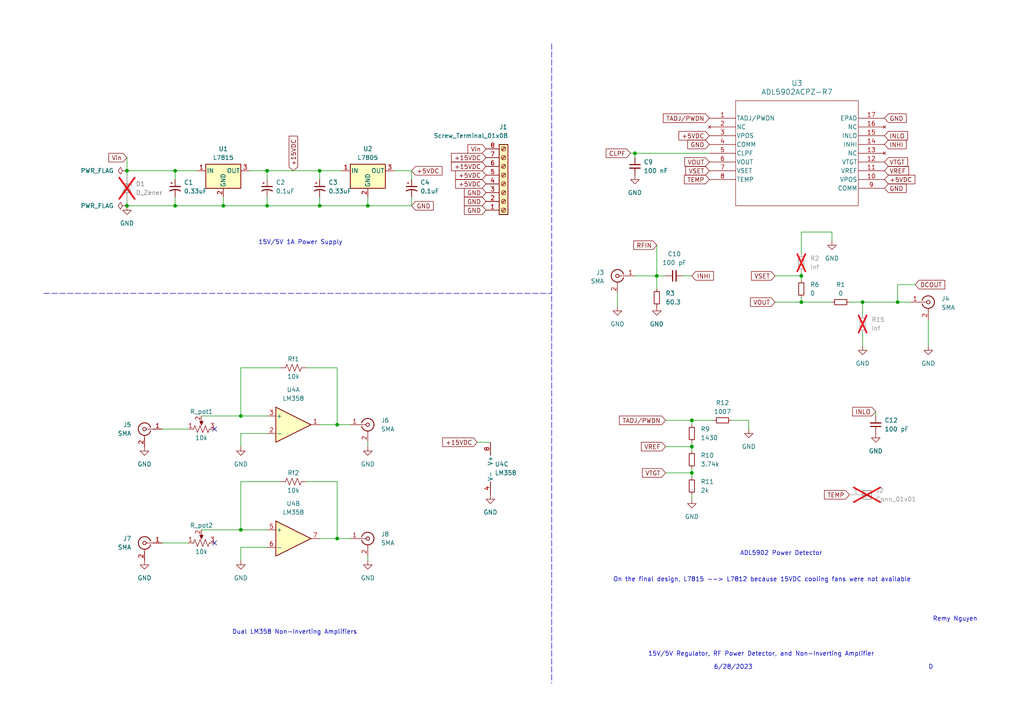
<source format=kicad_sch>
(kicad_sch (version 20230121) (generator eeschema)
  (paper "A4")
  (lib_symbols
    (symbol "AD5902ACPZ-R7:ADL5902ACPZ-R7" (pin_names (offset 0.254))
      (property "Reference" "U3" (at 25.4 10.16 0))
      (property "Value" "ADL5902ACPZ-R7" (at 25.4 7.62 0))
      (symbol "ADL5902ACPZ-R7_0_1"
        (polyline (pts (xy 7.62 -25.4) (xy 43.18 -25.4)) (stroke (width 0.127)))
        (polyline (pts (xy 7.62 5.08) (xy 7.62 -25.4)) (stroke (width 0.127)))
        (polyline (pts (xy 43.18 -25.4) (xy 43.18 5.08)) (stroke (width 0.127)))
        (polyline (pts (xy 43.18 5.08) (xy 7.62 5.08)) (stroke (width 0.127)))
        (pin input line (at 0 0 0) (length 7.62) (name "TADJ/PWDN") (number "1"))
        (pin power_in line (at 50.8 -17.78 180) (length 7.62) (name "VPOS") (number "10"))
        (pin power_out line (at 50.8 -15.24 180) (length 7.62) (name "VREF") (number "11"))
        (pin input line (at 50.8 -12.7 180) (length 7.62) (name "VTGT") (number "12"))
        (pin no_connect line (at 50.8 -10.16 180) (length 7.62) (name "NC") (number "13"))
        (pin input line (at 50.8 -7.62 180) (length 7.62) (name "INHI") (number "14"))
        (pin input line (at 50.8 -5.08 180) (length 7.62) (name "INLO") (number "15"))
        (pin no_connect line (at 50.8 -2.54 180) (length 7.62) (name "NC") (number "16"))
        (pin power_in line (at 50.8 0 180) (length 7.62) (name "EPAD") (number "17"))
        (pin no_connect line (at 0 -2.54 0) (length 7.62) (name "NC") (number "2"))
        (pin power_in line (at 0 -5.08 0) (length 7.62) (name "VPOS") (number "3"))
        (pin power_in line (at 0 -7.62 0) (length 7.62) (name "COMM") (number "4"))
        (pin input line (at 0 -10.16 0) (length 7.62) (name "CLPF") (number "5"))
        (pin output line (at 0 -12.7 0) (length 7.62) (name "VOUT") (number "6"))
        (pin output line (at 0 -15.24 0) (length 7.62) (name "VSET") (number "7"))
        (pin output line (at 0 -17.78 0) (length 7.62) (name "TEMP") (number "8"))
        (pin power_in line (at 50.8 -20.32 180) (length 7.62) (name "COMM") (number "9"))
      )
    )
    (symbol "Amplifier_Operational:LM358" (pin_names (offset 0.127))
      (property "Reference" "U" (at 0 5.08 0))
      (property "Value" "LM358" (at 0 -5.08 0))
      (symbol "LM358_1_1"
        (polyline (pts (xy -5.08 5.08) (xy 5.08 0) (xy -5.08 -5.08) (xy -5.08 5.08)) (stroke (width 0.254)) (fill (type background)))
        (pin output line (at 7.62 0 180) (length 2.54) (name "~") (number "1"))
        (pin input line (at -7.62 -2.54 0) (length 2.54) (name "-") (number "2"))
        (pin input line (at -7.62 2.54 0) (length 2.54) (name "+") (number "3"))
      )
      (symbol "LM358_2_1"
        (polyline (pts (xy -5.08 5.08) (xy 5.08 0) (xy -5.08 -5.08) (xy -5.08 5.08)) (stroke (width 0.254)) (fill (type background)))
        (pin input line (at -7.62 2.54 0) (length 2.54) (name "+") (number "5"))
        (pin input line (at -7.62 -2.54 0) (length 2.54) (name "-") (number "6"))
        (pin output line (at 7.62 0 180) (length 2.54) (name "~") (number "7"))
      )
      (symbol "LM358_3_1"
        (pin power_in line (at -2.54 -7.62 90) (length 3.81) (name "V-") (number "4"))
        (pin power_in line (at -2.54 7.62 270) (length 3.81) (name "V+") (number "8"))
      )
    )
    (symbol "Connector:Conn_Coaxial" (pin_names (offset 1.016) hide)
      (property "Reference" "J" (at 0.254 3.048 0))
      (property "Value" "Conn_Coaxial" (at 2.921 0 90))
      (symbol "Conn_Coaxial_0_1"
        (arc (start -1.778 -0.508) (mid 0.2311 -1.8066) (end 1.778 0) (stroke (width 0.254)))
        (polyline (pts (xy -2.54 0) (xy -0.508 0)))
        (polyline (pts (xy 0 -2.54) (xy 0 -1.778)))
        (circle (center 0 0) (radius 0.508) (stroke (width 0.2032)))
        (arc (start 1.778 0) (mid 0.2099 1.8101) (end -1.778 0.508) (stroke (width 0.254)))
      )
      (symbol "Conn_Coaxial_1_1"
        (pin passive line (at -5.08 0 0) (length 2.54) (name "In") (number "1"))
        (pin passive line (at 0 -5.08 90) (length 2.54) (name "Ext") (number "2"))
      )
    )
    (symbol "Connector:Screw_Terminal_01x08" (pin_names (offset 1.016) hide)
      (property "Reference" "J" (at 0 10.16 0))
      (property "Value" "Screw_Terminal_01x08" (at 0 -12.7 0))
      (symbol "Screw_Terminal_01x08_1_1"
        (rectangle (start -1.27 8.89) (end 1.27 -11.43) (stroke (width 0.254)) (fill (type background)))
        (circle (center 0 -10.16) (radius 0.635) (stroke (width 0.1524)))
        (circle (center 0 -7.62) (radius 0.635) (stroke (width 0.1524)))
        (circle (center 0 -5.08) (radius 0.635) (stroke (width 0.1524)))
        (circle (center 0 -2.54) (radius 0.635) (stroke (width 0.1524)))
        (polyline (pts (xy -0.5334 -9.8298) (xy 0.3302 -10.668)) (stroke (width 0.1524)))
        (polyline (pts (xy -0.5334 -7.2898) (xy 0.3302 -8.128)) (stroke (width 0.1524)))
        (polyline (pts (xy -0.5334 -4.7498) (xy 0.3302 -5.588)) (stroke (width 0.1524)))
        (polyline (pts (xy -0.5334 -2.2098) (xy 0.3302 -3.048)) (stroke (width 0.1524)))
        (polyline (pts (xy -0.5334 0.3302) (xy 0.3302 -0.508)) (stroke (width 0.1524)))
        (polyline (pts (xy -0.5334 2.8702) (xy 0.3302 2.032)) (stroke (width 0.1524)))
        (polyline (pts (xy -0.5334 5.4102) (xy 0.3302 4.572)) (stroke (width 0.1524)))
        (polyline (pts (xy -0.5334 7.9502) (xy 0.3302 7.112)) (stroke (width 0.1524)))
        (polyline (pts (xy -0.3556 -9.652) (xy 0.508 -10.4902)) (stroke (width 0.1524)))
        (polyline (pts (xy -0.3556 -7.112) (xy 0.508 -7.9502)) (stroke (width 0.1524)))
        (polyline (pts (xy -0.3556 -4.572) (xy 0.508 -5.4102)) (stroke (width 0.1524)))
        (polyline (pts (xy -0.3556 -2.032) (xy 0.508 -2.8702)) (stroke (width 0.1524)))
        (polyline (pts (xy -0.3556 0.508) (xy 0.508 -0.3302)) (stroke (width 0.1524)))
        (polyline (pts (xy -0.3556 3.048) (xy 0.508 2.2098)) (stroke (width 0.1524)))
        (polyline (pts (xy -0.3556 5.588) (xy 0.508 4.7498)) (stroke (width 0.1524)))
        (polyline (pts (xy -0.3556 8.128) (xy 0.508 7.2898)) (stroke (width 0.1524)))
        (circle (center 0 0) (radius 0.635) (stroke (width 0.1524)))
        (circle (center 0 2.54) (radius 0.635) (stroke (width 0.1524)))
        (circle (center 0 5.08) (radius 0.635) (stroke (width 0.1524)))
        (circle (center 0 7.62) (radius 0.635) (stroke (width 0.1524)))
        (pin passive line (at -5.08 7.62 0) (length 3.81) (name "Pin_1") (number "1"))
        (pin passive line (at -5.08 5.08 0) (length 3.81) (name "Pin_2") (number "2"))
        (pin passive line (at -5.08 2.54 0) (length 3.81) (name "Pin_3") (number "3"))
        (pin passive line (at -5.08 0 0) (length 3.81) (name "Pin_4") (number "4"))
        (pin passive line (at -5.08 -2.54 0) (length 3.81) (name "Pin_5") (number "5"))
        (pin passive line (at -5.08 -5.08 0) (length 3.81) (name "Pin_6") (number "6"))
        (pin passive line (at -5.08 -7.62 0) (length 3.81) (name "Pin_7") (number "7"))
        (pin passive line (at -5.08 -10.16 0) (length 3.81) (name "Pin_8") (number "8"))
      )
    )
    (symbol "Connector_Generic:Conn_01x01" (pin_names (offset 1.016) hide)
      (property "Reference" "J" (at 0 2.54 0))
      (property "Value" "Conn_01x01" (at 0 -2.54 0))
      (symbol "Conn_01x01_1_1"
        (rectangle (start -1.27 0.127) (end 0 -0.127) (stroke (width 0.1524)))
        (rectangle (start -1.27 1.27) (end 1.27 -1.27) (stroke (width 0.254)) (fill (type background)))
        (pin passive line (at -5.08 0 0) (length 3.81) (name "Pin_1") (number "1"))
      )
    )
    (symbol "Device:C_Polarized_Small_US" (pin_numbers hide) (pin_names (offset 0.254) hide)
      (property "Reference" "C" (at 0.254 1.778 0))
      (property "Value" "C_Polarized_Small_US" (at 0.254 -2.032 0))
      (symbol "C_Polarized_Small_US_0_1"
        (polyline (pts (xy -1.524 0.508) (xy 1.524 0.508)) (stroke (width 0.3048)))
        (polyline (pts (xy -1.27 1.524) (xy -0.762 1.524)))
        (polyline (pts (xy -1.016 1.27) (xy -1.016 1.778)))
        (arc (start 1.524 -0.762) (mid 0 -0.3734) (end -1.524 -0.762) (stroke (width 0.3048)))
      )
      (symbol "C_Polarized_Small_US_1_1"
        (pin passive line (at 0 2.54 270) (length 2.032) (name "~") (number "1"))
        (pin passive line (at 0 -2.54 90) (length 2.032) (name "~") (number "2"))
      )
    )
    (symbol "Device:C_Small" (pin_numbers hide) (pin_names (offset 0.254) hide)
      (property "Reference" "C" (at 0.254 1.778 0))
      (property "Value" "C_Small" (at 0.254 -2.032 0))
      (symbol "C_Small_0_1"
        (polyline (pts (xy -1.524 -0.508) (xy 1.524 -0.508)) (stroke (width 0.3302)))
        (polyline (pts (xy -1.524 0.508) (xy 1.524 0.508)) (stroke (width 0.3048)))
      )
      (symbol "C_Small_1_1"
        (pin passive line (at 0 2.54 270) (length 2.032) (name "~") (number "1"))
        (pin passive line (at 0 -2.54 90) (length 2.032) (name "~") (number "2"))
      )
    )
    (symbol "Device:D_Zener" (pin_numbers hide) (pin_names (offset 1.016) hide)
      (property "Reference" "D" (at 0 2.54 0))
      (property "Value" "D_Zener" (at 0 -2.54 0))
      (symbol "D_Zener_0_1"
        (polyline (pts (xy 1.27 0) (xy -1.27 0)))
        (polyline (pts (xy -1.27 -1.27) (xy -1.27 1.27) (xy -0.762 1.27)) (stroke (width 0.254)))
        (polyline (pts (xy 1.27 -1.27) (xy 1.27 1.27) (xy -1.27 0) (xy 1.27 -1.27)) (stroke (width 0.254)))
      )
      (symbol "D_Zener_1_1"
        (pin passive line (at -3.81 0 0) (length 2.54) (name "K") (number "1"))
        (pin passive line (at 3.81 0 180) (length 2.54) (name "A") (number "2"))
      )
    )
    (symbol "Device:R_Potentiometer_US" (pin_names (offset 1.016) hide)
      (property "Reference" "RV" (at -4.445 0 90))
      (property "Value" "R_Potentiometer_US" (at -2.54 0 90))
      (symbol "R_Potentiometer_US_0_1"
        (polyline (pts (xy 0 -2.286) (xy 0 -2.54)))
        (polyline (pts (xy 0 2.54) (xy 0 2.286)))
        (polyline (pts (xy 2.54 0) (xy 1.524 0)))
        (polyline (pts (xy 1.143 0) (xy 2.286 0.508) (xy 2.286 -0.508) (xy 1.143 0)) (fill (type outline)))
        (polyline (pts (xy 0 -0.762) (xy 1.016 -1.143) (xy 0 -1.524) (xy -1.016 -1.905) (xy 0 -2.286)))
        (polyline (pts (xy 0 0.762) (xy 1.016 0.381) (xy 0 0) (xy -1.016 -0.381) (xy 0 -0.762)))
        (polyline (pts (xy 0 2.286) (xy 1.016 1.905) (xy 0 1.524) (xy -1.016 1.143) (xy 0 0.762)))
      )
      (symbol "R_Potentiometer_US_1_1"
        (pin passive line (at 0 3.81 270) (length 1.27) (name "1") (number "1"))
        (pin passive line (at 3.81 0 180) (length 1.27) (name "2") (number "2"))
        (pin passive line (at 0 -3.81 90) (length 1.27) (name "3") (number "3"))
      )
    )
    (symbol "Device:R_Small" (pin_numbers hide) (pin_names (offset 0.254) hide)
      (property "Reference" "R" (at 0.762 0.508 0))
      (property "Value" "R_Small" (at 0.762 -1.016 0))
      (symbol "R_Small_0_1"
        (rectangle (start -0.762 1.778) (end 0.762 -1.778) (stroke (width 0.2032)))
      )
      (symbol "R_Small_1_1"
        (pin passive line (at 0 2.54 270) (length 0.762) (name "~") (number "1"))
        (pin passive line (at 0 -2.54 90) (length 0.762) (name "~") (number "2"))
      )
    )
    (symbol "Device:R_US" (pin_numbers hide) (pin_names (offset 0))
      (property "Reference" "R" (at 2.54 0 90))
      (property "Value" "R_US" (at -2.54 0 90))
      (symbol "R_US_0_1"
        (polyline (pts (xy 0 -2.286) (xy 0 -2.54)))
        (polyline (pts (xy 0 2.286) (xy 0 2.54)))
        (polyline (pts (xy 0 -0.762) (xy 1.016 -1.143) (xy 0 -1.524) (xy -1.016 -1.905) (xy 0 -2.286)))
        (polyline (pts (xy 0 0.762) (xy 1.016 0.381) (xy 0 0) (xy -1.016 -0.381) (xy 0 -0.762)))
        (polyline (pts (xy 0 2.286) (xy 1.016 1.905) (xy 0 1.524) (xy -1.016 1.143) (xy 0 0.762)))
      )
      (symbol "R_US_1_1"
        (pin passive line (at 0 3.81 270) (length 1.27) (name "~") (number "1"))
        (pin passive line (at 0 -3.81 90) (length 1.27) (name "~") (number "2"))
      )
    )
    (symbol "Regulator_Linear:L7805" (pin_names (offset 0.254))
      (property "Reference" "U" (at -3.81 3.175 0))
      (property "Value" "L7805" (at 0 3.175 0))
      (symbol "L7805_0_1"
        (rectangle (start -5.08 1.905) (end 5.08 -5.08) (stroke (width 0.254)) (fill (type background)))
      )
      (symbol "L7805_1_1"
        (pin power_in line (at -7.62 0 0) (length 2.54) (name "IN") (number "1"))
        (pin power_in line (at 0 -7.62 90) (length 2.54) (name "GND") (number "2"))
        (pin power_out line (at 7.62 0 180) (length 2.54) (name "OUT") (number "3"))
      )
    )
    (symbol "Regulator_Linear:L7815" (pin_names (offset 0.254))
      (property "Reference" "U" (at -3.81 3.175 0))
      (property "Value" "L7815" (at 0 3.175 0))
      (symbol "L7815_0_1"
        (rectangle (start -5.08 1.905) (end 5.08 -5.08) (stroke (width 0.254)) (fill (type background)))
      )
      (symbol "L7815_1_1"
        (pin power_in line (at -7.62 0 0) (length 2.54) (name "IN") (number "1"))
        (pin power_in line (at 0 -7.62 90) (length 2.54) (name "GND") (number "2"))
        (pin power_out line (at 7.62 0 180) (length 2.54) (name "OUT") (number "3"))
      )
    )
    (symbol "power:GND" (power) (pin_names (offset 0))
      (property "Value" "GND" (at 0 -3.81 0))
      (symbol "GND_0_1"
        (polyline (pts (xy 0 0) (xy 0 -1.27) (xy 1.27 -1.27) (xy 0 -2.54) (xy -1.27 -1.27) (xy 0 -1.27)))
      )
      (symbol "GND_1_1"
        (pin power_in line (at 0 0 270) (length 0) hide (name "GND") (number "1"))
      )
    )
    (symbol "power:PWR_FLAG" (power) (pin_numbers hide) (pin_names (offset 0) hide)
      (property "Value" "PWR_FLAG" (at 0 3.81 0))
      (symbol "PWR_FLAG_0_0"
        (pin power_out line (at 0 0 90) (length 0) (name "pwr") (number "1"))
      )
      (symbol "PWR_FLAG_0_1"
        (polyline (pts (xy 0 0) (xy 0 1.27) (xy -1.016 1.905) (xy 0 2.54) (xy 1.016 1.905) (xy 0 1.27)))
      )
    )
  )
  (junction (at 36.83 59.69))
  (junction (at 260.35 87.63))
  (junction (at 50.8 59.69))
  (junction (at 92.71 59.69))
  (junction (at 106.68 59.69))
  (junction (at 200.66 121.92))
  (junction (at 50.8 49.53))
  (junction (at 184.15 44.45))
  (junction (at 69.85 153.67))
  (junction (at 36.83 49.53))
  (junction (at 92.71 49.53))
  (junction (at 64.77 59.69))
  (junction (at 97.79 123.19))
  (junction (at 232.41 87.63))
  (junction (at 200.66 137.16))
  (junction (at 77.47 49.53))
  (junction (at 77.47 59.69))
  (junction (at 97.79 156.21))
  (junction (at 232.41 80.01))
  (junction (at 190.5 80.01))
  (junction (at 200.66 129.54))
  (junction (at 250.19 87.63))
  (junction (at 69.85 120.65))
  (no_connect (at 62.23 157.48))
  (no_connect (at 62.23 124.46))
  (wire (pts (xy 77.47 49.53) (xy 92.71 49.53)))
  (wire (pts (xy 36.83 58.42) (xy 36.83 59.69)))
  (wire (pts (xy 36.83 45.72) (xy 36.83 49.53)))
  (wire (pts (xy 46.99 124.46) (xy 54.61 124.46)))
  (wire (pts (xy 224.79 87.63) (xy 232.41 87.63)))
  (wire (pts (xy 232.41 67.31) (xy 232.41 73.66)))
  (wire (pts (xy 97.79 123.19) (xy 101.6 123.19)))
  (wire (pts (xy 217.17 121.92) (xy 212.09 121.92)))
  (wire (pts (xy 193.04 121.92) (xy 200.66 121.92)))
  (wire (pts (xy 72.39 49.53) (xy 77.47 49.53)))
  (wire (pts (xy 198.12 80.01) (xy 200.66 80.01)))
  (wire (pts (xy 217.17 124.46) (xy 217.17 121.92)))
  (wire (pts (xy 64.77 59.69) (xy 77.47 59.69)))
  (wire (pts (xy 265.43 82.55) (xy 260.35 82.55)))
  (wire (pts (xy 64.77 57.15) (xy 64.77 59.69)))
  (wire (pts (xy 138.43 128.27) (xy 142.24 128.27)))
  (wire (pts (xy 69.85 106.68) (xy 69.85 120.65)))
  (wire (pts (xy 69.85 162.56) (xy 69.85 158.75)))
  (wire (pts (xy 200.66 121.92) (xy 207.01 121.92)))
  (wire (pts (xy 260.35 87.63) (xy 264.16 87.63)))
  (polyline (pts (xy 12.7 85.09) (xy 160.02 85.09)) (stroke (width 0) (type dash)))
  (wire (pts (xy 119.38 59.69) (xy 119.38 57.15)))
  (wire (pts (xy 190.5 71.12) (xy 190.5 80.01)))
  (wire (pts (xy 69.85 158.75) (xy 77.47 158.75)))
  (wire (pts (xy 190.5 80.01) (xy 193.04 80.01)))
  (wire (pts (xy 69.85 120.65) (xy 77.47 120.65)))
  (wire (pts (xy 69.85 153.67) (xy 77.47 153.67)))
  (wire (pts (xy 92.71 59.69) (xy 106.68 59.69)))
  (wire (pts (xy 232.41 86.36) (xy 232.41 87.63)))
  (wire (pts (xy 246.38 87.63) (xy 250.19 87.63)))
  (wire (pts (xy 106.68 129.54) (xy 106.68 128.27)))
  (wire (pts (xy 77.47 57.15) (xy 77.47 59.69)))
  (wire (pts (xy 250.19 96.52) (xy 250.19 100.33)))
  (wire (pts (xy 200.66 129.54) (xy 200.66 130.81)))
  (wire (pts (xy 179.07 85.09) (xy 179.07 88.9)))
  (wire (pts (xy 97.79 139.7) (xy 88.9 139.7)))
  (wire (pts (xy 119.38 52.07) (xy 119.38 49.53)))
  (wire (pts (xy 50.8 59.69) (xy 64.77 59.69)))
  (wire (pts (xy 92.71 57.15) (xy 92.71 59.69)))
  (wire (pts (xy 193.04 129.54) (xy 200.66 129.54)))
  (wire (pts (xy 232.41 78.74) (xy 232.41 80.01)))
  (wire (pts (xy 200.66 135.89) (xy 200.66 137.16)))
  (wire (pts (xy 92.71 52.07) (xy 92.71 49.53)))
  (wire (pts (xy 190.5 80.01) (xy 190.5 83.82)))
  (polyline (pts (xy 160.02 12.7) (xy 160.02 198.12)) (stroke (width 0) (type dash)))
  (wire (pts (xy 77.47 49.53) (xy 77.47 52.07)))
  (wire (pts (xy 232.41 67.31) (xy 241.3 67.31)))
  (wire (pts (xy 97.79 106.68) (xy 97.79 123.19)))
  (wire (pts (xy 58.42 153.67) (xy 69.85 153.67)))
  (wire (pts (xy 184.15 45.72) (xy 184.15 44.45)))
  (wire (pts (xy 36.83 49.53) (xy 36.83 50.8)))
  (wire (pts (xy 232.41 87.63) (xy 241.3 87.63)))
  (wire (pts (xy 36.83 49.53) (xy 50.8 49.53)))
  (wire (pts (xy 200.66 121.92) (xy 200.66 123.19)))
  (wire (pts (xy 92.71 123.19) (xy 97.79 123.19)))
  (wire (pts (xy 119.38 49.53) (xy 114.3 49.53)))
  (wire (pts (xy 58.42 120.65) (xy 69.85 120.65)))
  (wire (pts (xy 106.68 57.15) (xy 106.68 59.69)))
  (wire (pts (xy 97.79 156.21) (xy 101.6 156.21)))
  (wire (pts (xy 50.8 49.53) (xy 50.8 52.07)))
  (wire (pts (xy 97.79 139.7) (xy 97.79 156.21)))
  (wire (pts (xy 224.79 80.01) (xy 232.41 80.01)))
  (wire (pts (xy 92.71 156.21) (xy 97.79 156.21)))
  (wire (pts (xy 106.68 162.56) (xy 106.68 161.29)))
  (wire (pts (xy 106.68 59.69) (xy 119.38 59.69)))
  (wire (pts (xy 184.15 44.45) (xy 205.74 44.45)))
  (wire (pts (xy 184.15 80.01) (xy 190.5 80.01)))
  (wire (pts (xy 241.3 67.31) (xy 241.3 69.85)))
  (wire (pts (xy 200.66 137.16) (xy 200.66 138.43)))
  (wire (pts (xy 69.85 129.54) (xy 69.85 125.73)))
  (wire (pts (xy 250.19 87.63) (xy 250.19 91.44)))
  (wire (pts (xy 36.83 59.69) (xy 50.8 59.69)))
  (wire (pts (xy 250.19 87.63) (xy 260.35 87.63)))
  (wire (pts (xy 81.28 106.68) (xy 69.85 106.68)))
  (wire (pts (xy 50.8 49.53) (xy 57.15 49.53)))
  (wire (pts (xy 254 119.38) (xy 254 120.65)))
  (wire (pts (xy 81.28 139.7) (xy 69.85 139.7)))
  (wire (pts (xy 232.41 80.01) (xy 232.41 81.28)))
  (wire (pts (xy 269.24 92.71) (xy 269.24 100.33)))
  (wire (pts (xy 50.8 57.15) (xy 50.8 59.69)))
  (wire (pts (xy 69.85 125.73) (xy 77.47 125.73)))
  (wire (pts (xy 46.99 157.48) (xy 54.61 157.48)))
  (wire (pts (xy 92.71 49.53) (xy 99.06 49.53)))
  (wire (pts (xy 260.35 82.55) (xy 260.35 87.63)))
  (wire (pts (xy 200.66 143.51) (xy 200.66 144.78)))
  (wire (pts (xy 69.85 139.7) (xy 69.85 153.67)))
  (wire (pts (xy 97.79 106.68) (xy 88.9 106.68)))
  (wire (pts (xy 77.47 59.69) (xy 92.71 59.69)))
  (wire (pts (xy 182.88 44.45) (xy 184.15 44.45)))
  (wire (pts (xy 200.66 129.54) (xy 200.66 128.27)))
  (wire (pts (xy 200.66 137.16) (xy 193.04 137.16)))
  (text "6/28/2023" (at 207.01 194.31 0) (effects (font (size 1.27 1.27)) (justify left bottom)))
  (text "ADL5902 Power Detector" (at 214.63 161.29 0) (effects (font (size 1.27 1.27)) (justify left bottom)))
  (text "Dual LM358 Non-Inverting Amplifiers" (at 67.31 184.15 0) (effects (font (size 1.27 1.27)) (justify left bottom)))
  (text "15V/5V 1A Power Supply" (at 74.93 71.12 0) (effects (font (size 1.27 1.27)) (justify left bottom)))
  (text "Remy Nguyen" (at 270.51 180.34 0) (effects (font (size 1.27 1.27)) (justify left bottom)))
  (text "On the final design, L7815 --> L7812 because 15VDC cooling fans were not available" (at 177.8 168.91 0) (effects (font (size 1.27 1.27)) (justify left bottom)))
  (text "15V/5V Regulator, RF Power Detector, and Non-Inverting Amplifier\n" (at 187.96 190.5 0) (effects (font (size 1.27 1.27)) (justify left bottom)))
  (text "D" (at 269.24 194.31 0) (effects (font (size 1.27 1.27)) (justify left bottom)))
  (global_label "VSET" (shape input) (at 224.79 80.01 180) (property "Intersheetrefs" "${INTERSHEET_REFS}" (effects hide)))
  (global_label "Vin" (shape input) (at 36.83 45.72 180) (property "Intersheetrefs" "${INTERSHEET_REFS}" (effects hide)))
  (global_label "VOUT" (shape input) (at 224.79 87.63 180) (property "Intersheetrefs" "${INTERSHEET_REFS}" (effects hide)))
  (global_label "INLO" (shape input) (at 254 119.38 180) (property "Intersheetrefs" "${INTERSHEET_REFS}" (effects hide)))
  (global_label "TADJ{slash}PWDN" (shape input) (at 193.04 121.92 180) (property "Intersheetrefs" "${INTERSHEET_REFS}" (effects hide)))
  (global_label "GND" (shape input) (at 140.97 55.88 180) (property "Intersheetrefs" "${INTERSHEET_REFS}" (effects hide)))
  (global_label "DCOUT" (shape input) (at 265.43 82.55 0) (property "Intersheetrefs" "${INTERSHEET_REFS}" (effects hide)))
  (global_label "TEMP" (shape input) (at 246.38 143.51 180) (property "Intersheetrefs" "${INTERSHEET_REFS}" (effects hide)))
  (global_label "RFIN" (shape input) (at 190.5 71.12 180) (property "Intersheetrefs" "${INTERSHEET_REFS}" (effects hide)))
  (global_label "GND" (shape input) (at 256.54 54.61 0) (property "Intersheetrefs" "${INTERSHEET_REFS}" (effects hide)))
  (global_label "VREF" (shape input) (at 256.54 49.53 0) (property "Intersheetrefs" "${INTERSHEET_REFS}" (effects hide)))
  (global_label "+15VDC" (shape input) (at 85.09 49.53 90) (property "Intersheetrefs" "${INTERSHEET_REFS}" (effects hide)))
  (global_label "+5VDC" (shape input) (at 140.97 50.8 180) (property "Intersheetrefs" "${INTERSHEET_REFS}" (effects hide)))
  (global_label "+5VDC" (shape input) (at 119.38 49.53 0) (property "Intersheetrefs" "${INTERSHEET_REFS}" (effects hide)))
  (global_label "+5VDC" (shape input) (at 205.74 39.37 180) (property "Intersheetrefs" "${INTERSHEET_REFS}" (effects hide)))
  (global_label "+5VDC" (shape input) (at 256.54 52.07 0) (property "Intersheetrefs" "${INTERSHEET_REFS}" (effects hide)))
  (global_label "GND" (shape input) (at 140.97 60.96 180) (property "Intersheetrefs" "${INTERSHEET_REFS}" (effects hide)))
  (global_label "VOUT" (shape input) (at 205.74 46.99 180) (property "Intersheetrefs" "${INTERSHEET_REFS}" (effects hide)))
  (global_label "VSET" (shape input) (at 205.74 49.53 180) (property "Intersheetrefs" "${INTERSHEET_REFS}" (effects hide)))
  (global_label "INLO" (shape input) (at 256.54 39.37 0) (property "Intersheetrefs" "${INTERSHEET_REFS}" (effects hide)))
  (global_label "GND" (shape input) (at 140.97 58.42 180) (property "Intersheetrefs" "${INTERSHEET_REFS}" (effects hide)))
  (global_label "INHI" (shape input) (at 200.66 80.01 0) (property "Intersheetrefs" "${INTERSHEET_REFS}" (effects hide)))
  (global_label "VTGT" (shape input) (at 193.04 137.16 180) (property "Intersheetrefs" "${INTERSHEET_REFS}" (effects hide)))
  (global_label "+15VDC" (shape input) (at 140.97 45.72 180) (property "Intersheetrefs" "${INTERSHEET_REFS}" (effects hide)))
  (global_label "GND" (shape input) (at 119.38 59.69 0) (property "Intersheetrefs" "${INTERSHEET_REFS}" (effects hide)))
  (global_label "TEMP" (shape input) (at 205.74 52.07 180) (property "Intersheetrefs" "${INTERSHEET_REFS}" (effects hide)))
  (global_label "GND" (shape input) (at 256.54 34.29 0) (property "Intersheetrefs" "${INTERSHEET_REFS}" (effects hide)))
  (global_label "+15VDC" (shape input) (at 138.43 128.27 180) (property "Intersheetrefs" "${INTERSHEET_REFS}" (effects hide)))
  (global_label "VTGT" (shape input) (at 256.54 46.99 0) (property "Intersheetrefs" "${INTERSHEET_REFS}" (effects hide)))
  (global_label "CLPF" (shape input) (at 182.88 44.45 180) (property "Intersheetrefs" "${INTERSHEET_REFS}" (effects hide)))
  (global_label "VREF" (shape input) (at 193.04 129.54 180) (property "Intersheetrefs" "${INTERSHEET_REFS}" (effects hide)))
  (global_label "Vin" (shape input) (at 140.97 43.18 180) (property "Intersheetrefs" "${INTERSHEET_REFS}" (effects hide)))
  (global_label "INHI" (shape input) (at 256.54 41.91 0) (property "Intersheetrefs" "${INTERSHEET_REFS}" (effects hide)))
  (global_label "GND" (shape input) (at 205.74 41.91 180) (property "Intersheetrefs" "${INTERSHEET_REFS}" (effects hide)))
  (global_label "+15VDC" (shape input) (at 140.97 48.26 180) (property "Intersheetrefs" "${INTERSHEET_REFS}" (effects hide)))
  (global_label "+5VDC" (shape input) (at 140.97 53.34 180) (property "Intersheetrefs" "${INTERSHEET_REFS}" (effects hide)))
  (global_label "TADJ{slash}PWDN" (shape input) (at 205.74 34.29 180) (property "Intersheetrefs" "${INTERSHEET_REFS}" (effects hide)))
  (symbol (lib_id "Connector:Conn_Coaxial") (at 106.68 123.19 0) (unit 1)
    (property "Reference" "J6" (at 110.49 121.92 0) (effects (justify left)))
    (property "Value" "SMA" (at 110.49 124.46 0) (effects (justify left)))
    (property "Footprint" "Connector_Coaxial:SMA_Molex_73251-1153_EdgeMount_Horizontal" (effects hide))
    (property "Datasheet" " ~" (effects hide))
  )
  (symbol (lib_id "power:PWR_FLAG") (at 36.83 49.53 90) (unit 1)
    (property "Reference" "#FLG01" (effects hide))
    (property "Value" "PWR_FLAG" (at 33.02 49.53 90) (effects (justify left)))
  )
  (symbol (lib_id "Device:R_Small") (at 243.84 87.63 90) (unit 1)
    (property "Reference" "R1" (at 243.84 82.55 90))
    (property "Value" "0" (at 243.84 85.09 90))
    (property "Footprint" "Resistor_SMD:R_1206_3216Metric" (effects hide))
  )
  (symbol (lib_id "power:GND") (at 41.91 129.54 0) (unit 1)
    (property "Reference" "#PWR04" (effects hide))
    (property "Value" "GND" (at 41.91 134.62 0))
  )
  (symbol (lib_id "Device:C_Small") (at 184.15 48.26 0) (unit 1)
    (property "Reference" "C9" (at 186.69 46.9963 0) (effects (justify left)))
    (property "Value" "100 nF" (at 186.69 49.5363 0) (effects (justify left)))
    (property "Footprint" "Capacitor_SMD:C_0805_2012Metric" (effects hide))
  )
  (symbol (lib_id "Amplifier_Operational:LM358") (at 144.78 135.89 0) (unit 3)
    (property "Reference" "U4" (at 143.51 134.62 0) (effects (justify left)))
    (property "Value" "LM358" (at 143.51 137.16 0) (effects (justify left)))
    (property "Footprint" "Package_DIP:DIP-8_W7.62mm" (effects hide))
    (property "Datasheet" "http://www.ti.com/lit/ds/symlink/lm2904-n.pdf" (effects hide))
  )
  (symbol (lib_id "Regulator_Linear:L7815") (at 64.77 49.53 0) (unit 1)
    (property "Reference" "U1" (at 64.77 43.18 0))
    (property "Value" "L7815" (at 64.77 45.72 0))
    (property "Footprint" "Package_TO_SOT_THT:TO-220-3_Horizontal_TabDown" (effects hide))
    (property "Datasheet" "http://www.st.com/content/ccc/resource/technical/document/datasheet/41/4f/b3/b0/12/d4/47/88/CD00000444.pdf/files/CD00000444.pdf/jcr:content/translations/en.CD00000444.pdf" (effects hide))
  )
  (symbol (lib_id "Device:D_Zener") (at 36.83 54.61 270) (unit 1) (dnp yes)
    (property "Reference" "D1" (at 39.37 53.34 90) (effects (justify left)))
    (property "Value" "D_Zener" (at 39.37 55.88 90) (effects (justify left)))
    (property "Footprint" "Diode_SMD:D_1206_3216Metric" (effects hide))
  )
  (symbol (lib_id "Device:R_Small") (at 200.66 125.73 0) (unit 1)
    (property "Reference" "R9" (at 203.2 124.46 0) (effects (justify left)))
    (property "Value" "1430" (at 203.2 127 0) (effects (justify left)))
    (property "Footprint" "Resistor_SMD:R_1206_3216Metric" (effects hide))
  )
  (symbol (lib_id "power:PWR_FLAG") (at 36.83 59.69 90) (unit 1)
    (property "Reference" "#FLG02" (effects hide))
    (property "Value" "PWR_FLAG" (at 33.02 59.69 90) (effects (justify left)))
  )
  (symbol (lib_id "Connector:Conn_Coaxial") (at 269.24 87.63 0) (unit 1)
    (property "Reference" "J4" (at 273.05 86.6532 0) (effects (justify left)))
    (property "Value" "SMA" (at 273.05 89.1932 0) (effects (justify left)))
    (property "Footprint" "Connector_Coaxial:SMA_Molex_73251-1153_EdgeMount_Horizontal" (effects hide))
    (property "Datasheet" " ~" (effects hide))
  )
  (symbol (lib_id "Device:R_US") (at 85.09 106.68 90) (unit 1)
    (property "Reference" "Rf1" (at 85.09 104.14 90))
    (property "Value" "10k" (at 85.09 109.22 90))
    (property "Footprint" "Resistor_SMD:R_1206_3216Metric" (effects hide))
  )
  (symbol (lib_id "Device:R_Small") (at 190.5 86.36 0) (unit 1)
    (property "Reference" "R3" (at 193.04 85.09 0) (effects (justify left)))
    (property "Value" "60.3" (at 193.04 87.63 0) (effects (justify left)))
    (property "Footprint" "Resistor_SMD:R_0805_2012Metric" (effects hide))
  )
  (symbol (lib_id "power:GND") (at 36.83 59.69 0) (unit 1)
    (property "Reference" "#PWR01" (effects hide))
    (property "Value" "GND" (at 36.83 64.77 0))
  )
  (symbol (lib_id "power:GND") (at 106.68 162.56 0) (unit 1)
    (property "Reference" "#PWR016" (effects hide))
    (property "Value" "GND" (at 106.68 167.64 0))
  )
  (symbol (lib_id "power:GND") (at 200.66 144.78 0) (unit 1)
    (property "Reference" "#PWR09" (effects hide))
    (property "Value" "GND" (at 200.66 149.86 0))
  )
  (symbol (lib_id "Device:R_Small") (at 232.41 83.82 0) (unit 1)
    (property "Reference" "R6" (at 234.95 82.55 0) (effects (justify left)))
    (property "Value" "0" (at 234.95 85.09 0) (effects (justify left)))
    (property "Footprint" "Resistor_SMD:R_1206_3216Metric" (effects hide))
  )
  (symbol (lib_id "power:GND") (at 179.07 88.9 0) (unit 1)
    (property "Reference" "#PWR03" (effects hide))
    (property "Value" "GND" (at 179.07 93.98 0))
  )
  (symbol (lib_id "power:GND") (at 217.17 124.46 0) (unit 1)
    (property "Reference" "#PWR08" (effects hide))
    (property "Value" "GND" (at 217.17 129.54 0))
  )
  (symbol (lib_id "power:GND") (at 69.85 129.54 0) (unit 1)
    (property "Reference" "#PWR017" (effects hide))
    (property "Value" "GND" (at 69.85 134.62 0))
  )
  (symbol (lib_id "Device:C_Polarized_Small_US") (at 119.38 54.61 0) (unit 1)
    (property "Reference" "C4" (at 121.92 52.9082 0) (effects (justify left)))
    (property "Value" "0.1uF" (at 121.92 55.4482 0) (effects (justify left)))
    (property "Footprint" "Capacitor_Tantalum_SMD:CP_EIA-2012-12_Kemet-R" (effects hide))
  )
  (symbol (lib_id "power:GND") (at 142.24 143.51 0) (unit 1)
    (property "Reference" "#PWR012" (effects hide))
    (property "Value" "GND" (at 142.24 148.59 0))
  )
  (symbol (lib_id "Device:R_Potentiometer_US") (at 58.42 157.48 90) (unit 1)
    (property "Reference" "R_pot2" (at 58.42 152.4 90))
    (property "Value" "10k" (at 58.42 160.02 90))
    (property "Footprint" "Potentiometer_THT:Potentiometer_Bourns_3006P_Horizontal" (effects hide))
  )
  (symbol (lib_id "power:GND") (at 250.19 100.33 0) (unit 1)
    (property "Reference" "#PWR05" (effects hide))
    (property "Value" "GND" (at 250.19 105.41 0))
  )
  (symbol (lib_id "Connector_Generic:Conn_01x01") (at 251.46 143.51 0) (unit 1) (dnp yes)
    (property "Reference" "J2" (at 254 142.24 0) (effects (justify left)))
    (property "Value" "Conn_01x01" (at 254 144.78 0) (effects (justify left)))
    (property "Footprint" "Connector_PinHeader_1.00mm:PinHeader_1x01_P1.00mm_Vertical" (effects hide))
  )
  (symbol (lib_id "Device:C_Small") (at 195.58 80.01 90) (unit 1)
    (property "Reference" "C10" (at 195.5863 73.66 90))
    (property "Value" "100 pF" (at 195.5863 76.2 90))
    (property "Footprint" "Capacitor_SMD:C_1206_3216Metric" (effects hide))
  )
  (symbol (lib_id "Device:R_Small") (at 232.41 76.2 0) (unit 1) (dnp yes)
    (property "Reference" "R2" (at 234.95 74.93 0) (effects (justify left)))
    (property "Value" "Inf" (at 234.95 77.47 0) (effects (justify left)))
    (property "Footprint" "Resistor_SMD:R_1206_3216Metric" (effects hide))
  )
  (symbol (lib_id "Device:R_Potentiometer_US") (at 58.42 124.46 90) (unit 1)
    (property "Reference" "R_pot1" (at 58.42 119.38 90))
    (property "Value" "10k" (at 58.42 127 90))
    (property "Footprint" "Potentiometer_THT:Potentiometer_Bourns_3006P_Horizontal" (effects hide))
  )
  (symbol (lib_id "power:GND") (at 184.15 50.8 0) (unit 1)
    (property "Reference" "#PWR07" (effects hide))
    (property "Value" "GND" (at 184.15 55.88 0))
  )
  (symbol (lib_id "Device:R_Small") (at 200.66 140.97 0) (unit 1)
    (property "Reference" "R11" (at 203.2 139.7 0) (effects (justify left)))
    (property "Value" "2k" (at 203.2 142.24 0) (effects (justify left)))
    (property "Footprint" "Resistor_SMD:R_0805_2012Metric" (effects hide))
  )
  (symbol (lib_id "power:GND") (at 241.3 69.85 0) (unit 1)
    (property "Reference" "#PWR06" (effects hide))
    (property "Value" "GND" (at 241.3 74.93 0))
  )
  (symbol (lib_id "Connector:Conn_Coaxial") (at 106.68 156.21 0) (unit 1)
    (property "Reference" "J8" (at 110.49 154.94 0) (effects (justify left)))
    (property "Value" "SMA" (at 110.49 157.48 0) (effects (justify left)))
    (property "Footprint" "Connector_Coaxial:SMA_Molex_73251-1153_EdgeMount_Horizontal" (effects hide))
    (property "Datasheet" " ~" (effects hide))
  )
  (symbol (lib_id "Connector:Conn_Coaxial") (at 179.07 80.01 0) (mirror y) (unit 1)
    (property "Reference" "J3" (at 175.26 79.0332 0) (effects (justify left)))
    (property "Value" "SMA" (at 175.26 81.5732 0) (effects (justify left)))
    (property "Footprint" "Connector_Coaxial:SMA_Molex_73251-1153_EdgeMount_Horizontal" (effects hide))
    (property "Datasheet" " ~" (effects hide))
  )
  (symbol (lib_id "power:GND") (at 190.5 88.9 0) (unit 1)
    (property "Reference" "#PWR02" (effects hide))
    (property "Value" "GND" (at 190.5 93.98 0))
  )
  (symbol (lib_id "Connector:Conn_Coaxial") (at 41.91 124.46 0) (mirror y) (unit 1)
    (property "Reference" "J5" (at 38.1 123.19 0) (effects (justify left)))
    (property "Value" "SMA" (at 38.1 125.73 0) (effects (justify left)))
    (property "Footprint" "Connector_Coaxial:SMA_Molex_73251-1153_EdgeMount_Horizontal" (effects hide))
    (property "Datasheet" " ~" (effects hide))
  )
  (symbol (lib_id "Amplifier_Operational:LM358") (at 85.09 123.19 0) (unit 1)
    (property "Reference" "U4" (at 85.09 113.03 0))
    (property "Value" "LM358" (at 85.09 115.57 0))
    (property "Footprint" "Package_DIP:DIP-8_W7.62mm" (effects hide))
    (property "Datasheet" "http://www.ti.com/lit/ds/symlink/lm2904-n.pdf" (effects hide))
  )
  (symbol (lib_id "power:GND") (at 106.68 129.54 0) (unit 1)
    (property "Reference" "#PWR013" (effects hide))
    (property "Value" "GND" (at 106.68 134.62 0))
  )
  (symbol (lib_id "Device:R_Small") (at 250.19 93.98 0) (unit 1) (dnp yes)
    (property "Reference" "R15" (at 252.73 92.71 0) (effects (justify left)))
    (property "Value" "Inf" (at 252.73 95.25 0) (effects (justify left)))
    (property "Footprint" "Resistor_SMD:R_1206_3216Metric" (effects hide))
  )
  (symbol (lib_id "Device:C_Polarized_Small_US") (at 50.8 54.61 0) (unit 1)
    (property "Reference" "C1" (at 53.34 52.9082 0) (effects (justify left)))
    (property "Value" "0.33uF" (at 53.34 55.4482 0) (effects (justify left)))
    (property "Footprint" "Capacitor_Tantalum_SMD:CP_EIA-2012-12_Kemet-R" (effects hide))
  )
  (symbol (lib_id "power:GND") (at 69.85 162.56 0) (unit 1)
    (property "Reference" "#PWR015" (effects hide))
    (property "Value" "GND" (at 69.85 167.64 0))
  )
  (symbol (lib_id "Regulator_Linear:L7805") (at 106.68 49.53 0) (unit 1)
    (property "Reference" "U2" (at 106.68 43.18 0))
    (property "Value" "L7805" (at 106.68 45.72 0))
    (property "Footprint" "Package_TO_SOT_THT:TO-220-3_Horizontal_TabDown" (effects hide))
    (property "Datasheet" "http://www.st.com/content/ccc/resource/technical/document/datasheet/41/4f/b3/b0/12/d4/47/88/CD00000444.pdf/files/CD00000444.pdf/jcr:content/translations/en.CD00000444.pdf" (effects hide))
  )
  (symbol (lib_id "power:GND") (at 254 125.73 0) (unit 1)
    (property "Reference" "#PWR011" (effects hide))
    (property "Value" "GND" (at 254 130.81 0))
  )
  (symbol (lib_id "Device:R_US") (at 85.09 139.7 90) (unit 1)
    (property "Reference" "Rf2" (at 85.09 137.16 90))
    (property "Value" "10k" (at 85.09 142.24 90))
    (property "Footprint" "Resistor_SMD:R_1206_3216Metric" (effects hide))
  )
  (symbol (lib_id "Connector:Conn_Coaxial") (at 41.91 157.48 0) (mirror y) (unit 1)
    (property "Reference" "J7" (at 38.1 156.21 0) (effects (justify left)))
    (property "Value" "SMA" (at 38.1 158.75 0) (effects (justify left)))
    (property "Footprint" "Connector_Coaxial:SMA_Molex_73251-1153_EdgeMount_Horizontal" (effects hide))
    (property "Datasheet" " ~" (effects hide))
  )
  (symbol (lib_id "Device:R_Small") (at 209.55 121.92 90) (unit 1)
    (property "Reference" "R12" (at 209.55 116.84 90))
    (property "Value" "1007" (at 209.55 119.38 90))
    (property "Footprint" "Resistor_SMD:R_1206_3216Metric" (effects hide))
  )
  (symbol (lib_id "power:GND") (at 41.91 162.56 0) (unit 1)
    (property "Reference" "#PWR014" (effects hide))
    (property "Value" "GND" (at 41.91 167.64 0))
  )
  (symbol (lib_id "Device:C_Polarized_Small_US") (at 77.47 54.61 0) (unit 1)
    (property "Reference" "C2" (at 80.01 52.9082 0) (effects (justify left)))
    (property "Value" "0.1uF" (at 80.01 55.4482 0) (effects (justify left)))
    (property "Footprint" "Capacitor_Tantalum_SMD:CP_EIA-2012-12_Kemet-R" (effects hide))
  )
  (symbol (lib_id "Device:R_Small") (at 200.66 133.35 0) (unit 1)
    (property "Reference" "R10" (at 203.2 132.08 0) (effects (justify left)))
    (property "Value" "3.74k" (at 203.2 134.62 0) (effects (justify left)))
    (property "Footprint" "Resistor_SMD:R_0805_2012Metric" (effects hide))
  )
  (symbol (lib_id "Connector:Screw_Terminal_01x08") (at 146.05 53.34 0) (mirror x) (unit 1)
    (property "Reference" "J1" (at 144.78 36.83 0) (effects (justify left)))
    (property "Value" "Screw_Terminal_01x08" (at 125.73 39.37 0) (effects (justify left)))
    (property "Footprint" "TerminalBlock_Phoenix:TerminalBlock_Phoenix_MKDS-3-8-5.08_1x08_P5.08mm_Horizontal" (effects hide))
  )
  (symbol (lib_id "AD5902ACPZ-R7:ADL5902ACPZ-R7") (at 205.74 34.29 0) (unit 1)
    (property "Reference" "U3" (at 231.14 24.13 0) (effects (font (size 1.524 1.524))))
    (property "Value" "ADL5902ACPZ-R7" (at 231.14 26.67 0) (effects (font (size 1.524 1.524))))
    (property "Footprint" "imports:CP_16_20_ADI" (effects hide))
    (property "Datasheet" "ADL5902ACPZ-R7" (effects hide))
  )
  (symbol (lib_id "Amplifier_Operational:LM358") (at 85.09 156.21 0) (unit 2)
    (property "Reference" "U4" (at 85.09 146.05 0))
    (property "Value" "LM358" (at 85.09 148.59 0))
    (property "Footprint" "Package_DIP:DIP-8_W7.62mm" (effects hide))
    (property "Datasheet" "http://www.ti.com/lit/ds/symlink/lm2904-n.pdf" (effects hide))
  )
  (symbol (lib_id "Device:C_Polarized_Small_US") (at 92.71 54.61 0) (unit 1)
    (property "Reference" "C3" (at 95.25 52.9082 0) (effects (justify left)))
    (property "Value" "0.33uF" (at 95.25 55.4482 0) (effects (justify left)))
    (property "Footprint" "Capacitor_Tantalum_SMD:CP_EIA-2012-12_Kemet-R" (effects hide))
  )
  (symbol (lib_id "Device:C_Small") (at 254 123.19 180) (unit 1)
    (property "Reference" "C12" (at 256.54 121.9136 0) (effects (justify right)))
    (property "Value" "100 pF" (at 256.54 124.4536 0) (effects (justify right)))
    (property "Footprint" "Capacitor_SMD:C_1206_3216Metric" (effects hide))
  )
  (symbol (lib_id "power:GND") (at 269.24 100.33 0) (unit 1)
    (property "Reference" "#PWR010" (effects hide))
    (property "Value" "GND" (at 269.24 105.41 0))
  )
)
</source>
